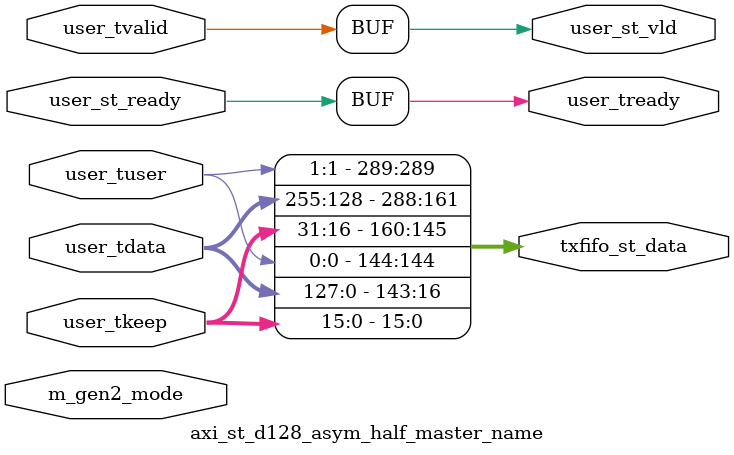
<source format=sv>

module axi_st_d128_asym_half_master_name  (

  // st channel
  input  logic [  31:   0]   user_tkeep          ,
  input  logic [ 255:   0]   user_tdata          ,
  input  logic [   1:   0]   user_tuser          ,
  input  logic               user_tvalid         ,
  output logic               user_tready         ,

  // Logic Link Interfaces
  output logic               user_st_vld         ,
  output logic [ 289:   0]   txfifo_st_data      ,
  input  logic               user_st_ready       ,

  input  logic               m_gen2_mode         

);

  // Connect Data

  assign user_st_vld                        = user_tvalid                        ;
  assign user_tready                        = user_st_ready                      ;
  assign txfifo_st_data       [   0 +:  16] = user_tkeep           [   0 +:  16] ;
  assign txfifo_st_data       [  16 +: 128] = user_tdata           [   0 +: 128] ;
  assign txfifo_st_data       [ 144 +:   1] = user_tuser           [   0 +:   1] ;
  assign txfifo_st_data       [ 145 +:  16] = user_tkeep           [  16 +:  16] ;
  assign txfifo_st_data       [ 161 +: 128] = user_tdata           [ 128 +: 128] ;
  assign txfifo_st_data       [ 289 +:   1] = user_tuser           [   1 +:   1] ;

endmodule

</source>
